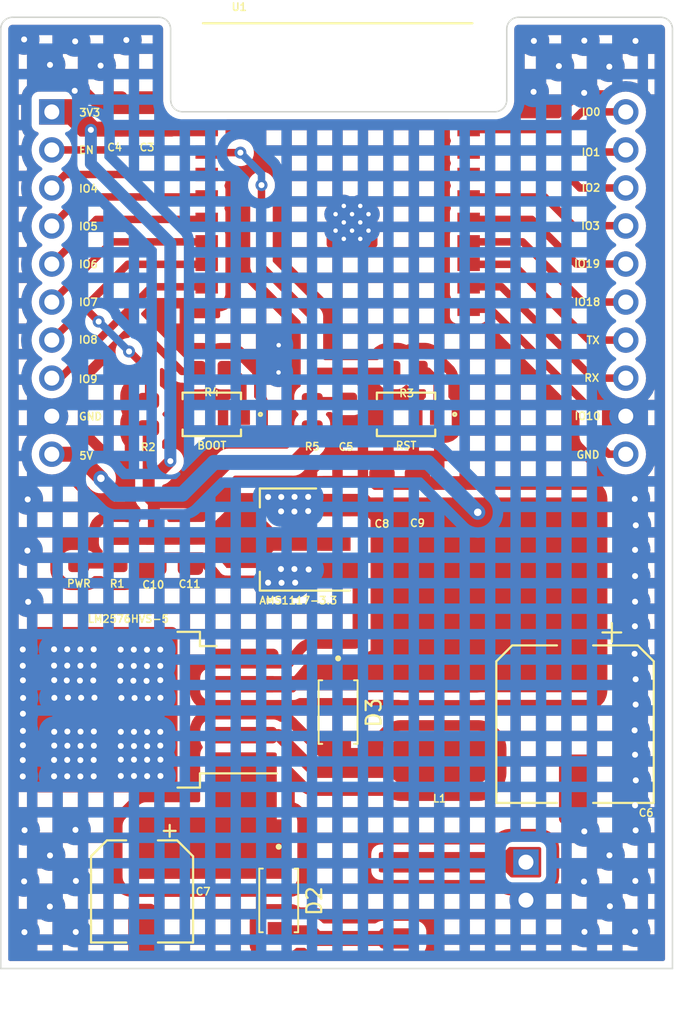
<source format=kicad_pcb>
(kicad_pcb (version 20221018) (generator pcbnew)
  (layers (0 "F.Cu" signal) (31 "B.Cu" signal) (34 "B.Paste" user) (35 "F.Paste" user) (36 "B.SilkS" user "B.Silkscreen") (37 "F.SilkS" user "F.Silkscreen") (38 "B.Mask" user) (39 "F.Mask" user) (44 "Edge.Cuts" user))
  (net 0 "")
  (net 1 "+3V3")
  (net 2 "GND")
  (net 3 "EN")
  (net 4 "+5V")
  (net 5 "Net-(U2-VIN)")
  (net 6 "Net-(D2-PadA)")
  (net 7 "+12V")
  (net 8 "IO0")
  (net 9 "IO1")
  (net 10 "IO2")
  (net 11 "IO3")
  (net 12 "IO19")
  (net 13 "IO18")
  (net 14 "RX")
  (net 15 "TX")
  (net 16 "IO10")
  (net 17 "IO4")
  (net 18 "IO5")
  (net 19 "IO6")
  (net 20 "IO7")
  (net 21 "IO8")
  (net 22 "IO9")
  (net 23 "Net-(U2-OUT)")
  (net 24 "Net-(R3-Pad2)")
  (net 25 "Net-(R4-Pad2)")
  (net 26 "Net-(D1-A)")
  (footprint "ESP32_C3:MODULE_ESP32-C3-WROOM-02-H4" (layer "F.Cu") (at 124.55 99.76)
    (fp_text reference "U1" (at -6.575 -11.085 unlocked) (layer "F.SilkS") (effects (font (size 0.5 0.5) (thickness 0.1))))
    (fp_text value "ESP32-C3-WROOM-02-N4" hide)
    (pad "1" smd rect (at -8.75 -2.9) (size 1.5 0.9) (layers "F.Cu" "F.Paste" "F.Mask") (net 1 "+3V3"))
    (pad "2" smd rect (at -8.75 -1.4) (size 1.5 0.9) (layers "F.Cu" "F.Paste" "F.Mask") (net 3 "EN"))
    (pad "3" smd rect (at -8.75 0.1) (size 1.5 0.9) (layers "F.Cu" "F.Paste" "F.Mask") (net 17 "IO4"))
    (pad "4" smd rect (at -8.75 1.6) (size 1.5 0.9) (layers "F.Cu" "F.Paste" "F.Mask") (net 18 "IO5"))
    (pad "5" smd rect (at -8.75 3.1) (size 1.5 0.9) (layers "F.Cu" "F.Paste" "F.Mask") (net 19 "IO6"))
    (pad "6" smd rect (at -8.75 4.6) (size 1.5 0.9) (layers "F.Cu" "F.Paste" "F.Mask") (net 20 "IO7"))
    (pad "7" smd rect (at -8.75 6.1) (size 1.5 0.9) (layers "F.Cu" "F.Paste" "F.Mask") (net 21 "IO8"))
    (pad "8" smd rect (at -8.75 7.6) (size 1.5 0.9) (layers "F.Cu" "F.Paste" "F.Mask") (net 22 "IO9"))
    (pad "9" smd rect (at -8.75 9.1) (size 1.5 0.9) (layers "F.Cu" "F.Paste" "F.Mask") (net 2 "GND"))
    (pad "10" smd rect (at 8.75 9.1) (size 1.5 0.9) (layers "F.Cu" "F.Paste" "F.Mask") (net 16 "IO10"))
    (pad "11" smd rect (at 8.75 7.6) (size 1.5 0.9) (layers "F.Cu" "F.Paste" "F.Mask") (net 14 "RX"))
    (pad "12" smd rect (at 8.75 6.1) (size 1.5 0.9) (layers "F.Cu" "F.Paste" "F.Mask") (net 15 "TX"))
    (pad "13" smd rect (at 8.75 4.6) (size 1.5 0.9) (layers "F.Cu" "F.Paste" "F.Mask") (net 13 "IO18"))
    (pad "14" smd rect (at 8.75 3.1) (size 1.5 0.9) (layers "F.Cu" "F.Paste" "F.Mask") (net 12 "IO19"))
    (pad "15" smd rect (at 8.75 1.6) (size 1.5 0.9) (layers "F.Cu" "F.Paste" "F.Mask") (net 11 "IO3"))
    (pad "16" smd rect (at 8.75 0.1) (size 1.5 0.9) (layers "F.Cu" "F.Paste" "F.Mask") (net 10 "IO2"))
    (pad "17" smd rect (at 8.75 -1.4) (size 1.5 0.9) (layers "F.Cu" "F.Paste" "F.Mask") (net 9 "IO1"))
    (pad "18" smd rect (at 8.75 -2.9) (size 1.5 0.9) (layers "F.Cu" "F.Paste" "F.Mask") (net 8 "IO0"))
    (pad "19" smd rect (at -0.14 2.2) (size 0.7 0.7) (layers "F.Cu" "F.Paste" "F.Mask") (net 2 "GND"))
    (pad "20" smd rect (at 0.96 2.2) (size 0.7 0.7) (layers "F.Cu" "F.Paste" "F.Mask") (net 2 "GND"))
    (pad "21" smd rect (at 2.06 2.2) (size 0.7 0.7) (layers "F.Cu" "F.Paste" "F.Mask") (net 2 "GND"))
    (pad "22" smd rect (at -0.14 3.3) (size 0.7 0.7) (layers "F.Cu" "F.Paste" "F.Mask") (net 2 "GND"))
    (pad "23" smd rect (at 0.96 3.3) (size 0.7 0.7) (layers "F.Cu" "F.Paste" "F.Mask") (net 2 "GND"))
    (pad "24" smd rect (at 2.06 3.3) (size 0.7 0.7) (layers "F.Cu" "F.Paste" "F.Mask") (net 2 "GND"))
    (pad "25" smd rect (at -0.14 4.4) (size 0.7 0.7) (layers "F.Cu" "F.Paste" "F.Mask") (net 2 "GND"))
    (pad "26" smd rect (at 0.96 4.4) (size 0.7 0.7) (layers "F.Cu" "F.Paste" "F.Mask") (net 2 "GND"))
    (pad "27" smd rect (at 2.06 4.4) (size 0.7 0.7) (layers "F.Cu" "F.Paste" "F.Mask") (net 2 "GND"))
    (pad "28" thru_hole circle (at 0.41 2.2) (size 0.4 0.4) (drill 0.3) (layers "*.Cu") (net 2 "GND"))
    (pad "29" thru_hole circle (at 1.51 2.2) (size 0.4 0.4) (drill 0.3) (layers "*.Cu") (net 2 "GND"))
    (pad "30" thru_hole circle (at -0.14 2.75) (size 0.4 0.4) (drill 0.3) (layers "*.Cu") (net 2 "GND"))
    (pad "31" thru_hole circle (at 0.96 2.75) (size 0.4 0.4) (drill 0.3) (layers "*.Cu") (net 2 "GND"))
    (pad "32" thru_hole circle (at 2.06 2.75) (size 0.4 0.4) (drill 0.3) (layers "*.Cu") (net 2 "GND"))
    (pad "33" thru_hole circle (at 0.41 3.3) (size 0.4 0.4) (drill 0.3) (layers "*.Cu") (net 2 "GND"))
    (pad "34" thru_hole circle (at 1.51 3.3) (size 0.4 0.4) (drill 0.3) (layers "*.Cu") (net 2 "GND"))
    (pad "35" thru_hole circle (at -0.14 3.85) (size 0.4 0.4) (drill 0.3) (layers "*.Cu") (net 2 "GND"))
    (pad "36" thru_hole circle (at 0.96 3.85) (size 0.4 0.4) (drill 0.3) (layers "*.Cu") (net 2 "GND"))
    (pad "37" thru_hole circle (at 2.06 3.85) (size 0.4 0.4) (drill 0.3) (layers "*.Cu") (net 2 "GND"))
    (pad "38" thru_hole circle (at 0.41 4.4) (size 0.4 0.4) (drill 0.3) (layers "*.Cu") (net 2 "GND"))
    (pad "38" thru_hole circle (at 1.51 4.4) (size 0.4 0.4) (drill 0.3) (layers "*.Cu") (net 2 "GND"))
    (zone (net 0) (net_name "") (layer "F.Cu") (connect_pads (clearance 0)) (min_thickness 0.01)
      (keepout (tracks not_allowed) (vias not_allowed) (pads not_allowed) (copperpour not_allowed) (footprints allowed))
      (fill (thermal_gap 0.508) (thermal_bridge_width 0.508))
      (polygon (pts (xy 115.55 89.76) (xy 133.55 89.76) (xy 133.55 95.76) (xy 115.55 95.76)))
    )
    (zone (net 0) (net_name "") (layer "B.Cu") (connect_pads (clearance 0)) (min_thickness 0.01)
      (keepout (tracks not_allowed) (vias not_allowed) (pads not_allowed) (copperpour not_allowed) (footprints allowed))
      (fill (thermal_gap 0.508) (thermal_bridge_width 0.508))
      (polygon (pts (xy 115.55 89.76) (xy 133.55 89.76) (xy 133.55 95.76) (xy 115.55 95.76)))
    )
  )
  (footprint "Fuse:Fuse_2010_5025Metric" (layer "F.Cu") (at 128.65 148.34 -90)
    (fp_text reference "F1" hide)
    (fp_text value "Fuse")
    (pad "1" smd roundrect (at -2.54 0 270) (size 1.35 2.65) (layers "F.Cu" "F.Paste" "F.Mask") (roundrect_rratio 0.1851851852) (net 7 "+12V"))
    (pad "2" smd roundrect (at 2.54 0 270) (size 1.35 2.65) (layers "F.Cu" "F.Paste" "F.Mask") (roundrect_rratio 0.1851851852) (net 6 "Net-(D2-PadA)"))
  )
  (footprint "Capacitor_SMD:CP_Elec_6.3x7.7" (layer "F.Cu") (at 111.48 147.74 -90)
    (fp_text reference "C7" (at 0.01 -4.08 unlocked) (layer "F.SilkS") (effects (font (size 0.5 0.5) (thickness 0.1))))
    (fp_text value "C_Polarized_Small" hide)
    (pad "1" smd roundrect (at -2.7 0 270) (size 3.5 1.6) (layers "F.Cu" "F.Paste" "F.Mask") (roundrect_rratio 0.15625) (net 5 "Net-(U2-VIN)"))
    (pad "2" smd roundrect (at 2.7 0 270) (size 3.5 1.6) (layers "F.Cu" "F.Paste" "F.Mask") (roundrect_rratio 0.15625) (net 2 "GND"))
  )
  (footprint "Package_TO_SOT_SMD:TO-263-5_TabPin3" (layer "F.Cu") (at 110.525 135.605 180)
    (fp_text reference "U2" hide)
    (fp_text value "LM2576HVS-5" (at -0.035 6.065 unlocked) (layer "F.SilkS") (effects (font (size 0.5 0.5) (thickness 0.1))))
    (pad "1" smd roundrect (at -7.65 -3.4 180) (size 4.6 1.1) (layers "F.Cu" "F.Paste" "F.Mask") (roundrect_rratio 0.2272727273) (net 5 "Net-(U2-VIN)"))
    (pad "2" smd roundrect (at -7.65 -1.7 180) (size 4.6 1.1) (layers "F.Cu" "F.Paste" "F.Mask") (roundrect_rratio 0.2272727273) (net 23 "Net-(U2-OUT)"))
    (pad "3" smd roundrect (at -7.65 0 180) (size 4.6 1.1) (layers "F.Cu" "F.Paste" "F.Mask") (roundrect_rratio 0.2272727273) (net 2 "GND"))
    (pad "3" smd roundrect (at -0.925 -2.775 180) (size 4.55 5.25) (layers "F.Cu" "F.Paste") (roundrect_rratio 0.05494505495) (net 2 "GND"))
    (pad "3" smd roundrect (at -0.925 2.775 180) (size 4.55 5.25) (layers "F.Cu" "F.Paste") (roundrect_rratio 0.05494505495) (net 2 "GND"))
    (pad "3" smd roundrect (at 1.5 0 180) (size 9.4 10.8) (layers "F.Cu" "F.Mask") (roundrect_rratio 0.02659595745) (net 2 "GND"))
    (pad "3" smd roundrect (at 3.925 -2.775 180) (size 4.55 5.25) (layers "F.Cu" "F.Paste") (roundrect_rratio 0.05494505495) (net 2 "GND"))
    (pad "3" smd roundrect (at 3.925 2.775 180) (size 4.55 5.25) (layers "F.Cu" "F.Paste") (roundrect_rratio 0.05494505495) (net 2 "GND"))
    (pad "4" smd roundrect (at -7.65 1.7 180) (size 4.6 1.1) (layers "F.Cu" "F.Paste" "F.Mask") (roundrect_rratio 0.2272727273) (net 4 "+5V"))
    (pad "5" smd roundrect (at -7.65 3.4 180) (size 4.6 1.1) (layers "F.Cu" "F.Paste" "F.Mask") (roundrect_rratio 0.2272727273) (net 2 "GND"))
  )
  (footprint "Capacitor_SMD:C_0805_2012Metric" (layer "F.Cu") (at 125.1225 115.88 -90)
    (fp_text reference "C5" (at 2.17 0.0125 unlocked) (layer "F.SilkS") (effects (font (size 0.5 0.5) (thickness 0.1))))
    (fp_text value "C")
    (pad "1" smd roundrect (at -0.95 0 270) (size 1 1.45) (layers "F.Cu" "F.Paste" "F.Mask") (net 3 "EN"))
    (pad "2" smd roundrect (at 0.95 0 270) (size 1 1.45) (layers "F.Cu" "F.Paste" "F.Mask") (net 2 "GND"))
  )
  (footprint "Connector_PinHeader_2.54mm:PinHeader_1x10_P2.54mm_Vertical" (layer "F.Cu") (at 143.8 95.68)
    (fp_text reference "J5" hide)
    (fp_text value "Conn_01x10_Male" hide)
    (pad "1" thru_hole oval (at 0 0) (size 1.7 1.7) (drill 1) (layers "*.Cu" "*.Mask") (net 8 "IO0"))
    (pad "2" thru_hole oval (at 0 2.54) (size 1.7 1.7) (drill 1) (layers "*.Cu" "*.Mask") (net 9 "IO1"))
    (pad "3" thru_hole oval (at 0 5.08) (size 1.7 1.7) (drill 1) (layers "*.Cu" "*.Mask") (net 10 "IO2"))
    (pad "4" thru_hole oval (at 0 7.62) (size 1.7 1.7) (drill 1) (layers "*.Cu" "*.Mask") (net 11 "IO3"))
    (pad "5" thru_hole oval (at 0 10.16) (size 1.7 1.7) (drill 1) (layers "*.Cu" "*.Mask") (net 12 "IO19"))
    (pad "6" thru_hole oval (at 0 12.7) (size 1.7 1.7) (drill 1) (layers "*.Cu" "*.Mask") (net 13 "IO18"))
    (pad "7" thru_hole oval (at 0 15.24) (size 1.7 1.7) (drill 1) (layers "*.Cu" "*.Mask") (net 15 "TX"))
    (pad "8" thru_hole oval (at 0 17.78) (size 1.7 1.7) (drill 1) (layers "*.Cu" "*.Mask") (net 14 "RX"))
    (pad "9" thru_hole oval (at 0 20.32) (size 1.7 1.7) (drill 1) (layers "*.Cu" "*.Mask") (net 2 "GND"))
    (pad "10" thru_hole oval (at 0 22.86) (size 1.7 1.7) (drill 1) (layers "*.Cu" "*.Mask") (net 16 "IO10"))
  )
  (footprint "Connector_PinHeader_2.54mm:PinHeader_1x10_P2.54mm_Vertical" (layer "F.Cu") (at 105.45 95.68)
    (fp_text reference "J4" hide)
    (fp_text value "Conn_01x10_Male" hide)
    (pad "1" thru_hole rect (at 0 0) (size 1.7 1.7) (drill 1) (layers "*.Cu" "*.Mask") (net 1 "+3V3"))
    (pad "2" thru_hole oval (at 0 2.54) (size 1.7 1.7) (drill 1) (layers "*.Cu" "*.Mask") (net 3 "EN"))
    (pad "3" thru_hole oval (at 0 5.08) (size 1.7 1.7) (drill 1) (layers "*.Cu" "*.Mask") (net 17 "IO4"))
    (pad "4" thru_hole oval (at 0 7.62) (size 1.7 1.7) (drill 1) (layers "*.Cu" "*.Mask") (net 18 "IO5"))
    (pad "5" thru_hole oval (at 0 10.16) (size 1.7 1.7) (drill 1) (layers "*.Cu" "*.Mask") (net 19 "IO6"))
    (pad "6" thru_hole oval (at 0 12.7) (size 1.7 1.7) (drill 1) (layers "*.Cu" "*.Mask") (net 20 "IO7"))
    (pad "7" thru_hole oval (at 0 15.24) (size 1.7 1.7) (drill 1) (layers "*.Cu" "*.Mask") (net 21 "IO8"))
    (pad "8" thru_hole oval (at 0 17.78) (size 1.7 1.7) (drill 1) (layers "*.Cu" "*.Mask") (net 22 "IO9"))
    (pad "9" thru_hole oval (at 0 20.32) (size 1.7 1.7) (drill 1) (layers "*.Cu" "*.Mask") (net 2 "GND"))
    (pad "10" thru_hole oval (at 0 22.86) (size 1.7 1.7) (drill 1) (layers "*.Cu" "*.Mask") (net 4 "+5V"))
  )
  (footprint "Capacitor_SMD:CP_Elec_10x12.6" (layer "F.Cu") (at 140.41 136.57 -90)
    (fp_text reference "C6" (at 5.92 -4.75 unlocked) (layer "F.SilkS") (effects (font (size 0.5 0.5) (thickness 0.1))))
    (fp_text value "C_Polarized_Small" hide)
    (pad "1" smd roundrect (at -4.35 0 270) (size 4.4 1.9) (layers "F.Cu" "F.Paste" "F.Mask") (roundrect_rratio 0.1315789474) (net 4 "+5V"))
    (pad "2" smd roundrect (at 4.35 0 270) (size 4.4 1.9) (layers "F.Cu" "F.Paste" "F.Mask") (roundrect_rratio 0.1315789474) (net 2 "GND"))
  )
  (footprint "Resistor_SMD:R_0805_2012Metric" (layer "F.Cu") (at 111.9225 115.87 90)
    (fp_text reference "R2" (at -2.2 -0.0325 unlocked) (layer "F.SilkS") (effects (font (size 0.5 0.5) (thickness 0.1))))
    (fp_text value "R")
    (pad "1" smd roundrect (at -0.9125 0 90) (size 1.025 1.4) (layers "F.Cu" "F.Paste" "F.Mask") (roundrect_rratio 0.243902439) (net 1 "+3V3"))
    (pad "2" smd roundrect (at 0.9125 0 90) (size 1.025 1.4) (layers "F.Cu" "F.Paste" "F.Mask") (roundrect_rratio 0.243902439) (net 21 "IO8"))
  )
  (footprint "button:SW_TL1015AF160QG" (layer "F.Cu") (at 129.12 115.88 180)
    (fp_text reference "RST" (at 0 -2.08 unlocked) (layer "F.SilkS") (effects (font (size 0.5 0.5) (thickness 0.1))))
    (fp_text value "SW_Push" hide)
    (pad "1" smd rect (at -2.075 0 180) (size 0.95 1.4) (layers "F.Cu" "F.Paste" "F.Mask") (net 24 "Net-(R3-Pad2)"))
    (pad "2" smd rect (at 2.075 0 180) (size 0.95 1.4) (layers "F.Cu" "F.Paste" "F.Mask") (net 2 "GND"))
  )
  (footprint "Resistor_SMD:R_0805_2012Metric" (layer "F.Cu") (at 129.14 113)
    (fp_text reference "R3" (at 0.02 1.47 unlocked) (layer "F.SilkS") (effects (font (size 0.5 0.5) (thickness 0.1))))
    (fp_text value "R")
    (pad "1" smd roundrect (at -0.9125 0) (size 1.025 1.4) (layers "F.Cu" "F.Paste" "F.Mask") (roundrect_rratio 0.243902439) (net 3 "EN"))
    (pad "2" smd roundrect (at 0.9125 0) (size 1.025 1.4) (layers "F.Cu" "F.Paste" "F.Mask") (roundrect_rratio 0.243902439) (net 24 "Net-(R3-Pad2)"))
  )
  (footprint "Capacitor_SMD:C_0805_2012Metric" (layer "F.Cu") (at 114.71 125.03 -90)
    (fp_text reference "C11" (at 2.18 0.05 unlocked) (layer "F.SilkS") (effects (font (size 0.5 0.5) (thickness 0.1))))
    (fp_text value "C" hide)
    (pad "1" smd roundrect (at -0.95 0 270) (size 1 1.45) (layers "F.Cu" "F.Paste" "F.Mask") (net 1 "+3V3"))
    (pad "2" smd roundrect (at 0.95 0 270) (size 1 1.45) (layers "F.Cu" "F.Paste" "F.Mask") (net 2 "GND"))
  )
  (footprint "LED_SMD:LED_0805_2012Metric" (layer "F.Cu") (at 107.25 124.99 -90)
    (fp_text reference "PWR" (at 2.19 -0.01 unlocked) (layer "F.SilkS") (effects (font (size 0.5 0.5) (thickness 0.1))))
    (fp_text value "LED" hide)
    (pad "1" smd roundrect (at -0.9375 0 270) (size 0.975 1.4) (layers "F.Cu" "F.Paste" "F.Mask") (net 2 "GND"))
    (pad "2" smd roundrect (at 0.9375 0 270) (size 0.975 1.4) (layers "F.Cu" "F.Paste" "F.Mask") (net 26 "Net-(D1-A)"))
  )
  (footprint "Connector_PinHeader_2.54mm:PinHeader_1x02_P2.54mm_Vertical" (layer "F.Cu") (at 137.13 145.785)
    (fp_text reference "J3" hide)
    (fp_text value "Screw_Terminal_01x02" hide)
    (pad "1" thru_hole rect (at 0 0) (size 1.7 1.7) (drill 1) (layers "*.Cu" "*.Mask") (net 7 "+12V"))
    (pad "2" thru_hole oval (at 0 2.54) (size 1.7 1.7) (drill 1) (layers "*.Cu" "*.Mask") (net 2 "GND"))
  )
  (footprint "Capacitor_SMD:C_0805_2012Metric" (layer "F.Cu") (at 129.88 120.99 90)
    (fp_text reference "C9" (at -2.15 0 unlocked) (layer "F.SilkS") (effects (font (size 0.5 0.5) (thickness 0.1))))
    (fp_text value "C")
    (pad "1" smd roundrect (at -0.95 0 90) (size 1 1.45) (layers "F.Cu" "F.Paste" "F.Mask") (net 4 "+5V"))
    (pad "2" smd roundrect (at 0.95 0 90) (size 1 1.45) (layers "F.Cu" "F.Paste" "F.Mask") (net 2 "GND"))
  )
  (footprint "Capacitor_SMD:C_0805_2012Metric" (layer "F.Cu") (at 111.8 95.88 90)
    (fp_text reference "C3" (at -2.17 0.01 unlocked) (layer "F.SilkS") (effects (font (size 0.5 0.5) (thickness 0.1))))
    (fp_text value "C")
    (pad "1" smd roundrect (at -0.95 0 90) (size 1 1.45) (layers "F.Cu" "F.Paste" "F.Mask") (net 1 "+3V3"))
    (pad "2" smd roundrect (at 0.95 0 90) (size 1 1.45) (layers "F.Cu" "F.Paste" "F.Mask") (net 2 "GND"))
  )
  (footprint "Resistor_SMD:R_0805_2012Metric" (layer "F.Cu") (at 122.85 115.88 90)
    (fp_text reference "R5" (at -2.15 0 unlocked) (layer "F.SilkS") (effects (font (size 0.5 0.5) (thickness 0.1))))
    (fp_text value "R")
    (pad "1" smd roundrect (at -0.9125 0 90) (size 1.025 1.4) (layers "F.Cu" "F.Paste" "F.Mask") (roundrect_rratio 0.243902439) (net 1 "+3V3"))
    (pad "2" smd roundrect (at 0.9125 0 90) (size 1.025 1.4) (layers "F.Cu" "F.Paste" "F.Mask") (roundrect_rratio 0.243902439) (net 3 "EN"))
  )
  (footprint "L:100uH" (layer "F.Cu") (at 131.36 136.46 90)
    (fp_text reference "L1" hide)
    (fp_text value "L" hide)
    (fp_text user "${REFERENCE}" (at -5.08 0 unlocked) (layer "F.SilkS") (effects (font (size 0.5 0.5) (thickness 0.1))))
    (pad "1" smd roundrect (at -2.54 0 90) (size 3 6.54) (layers "F.Cu" "F.Paste" "F.Mask") (net 23 "Net-(U2-OUT)"))
    (pad "2" smd roundrect (at 3.5 0 90) (size 3 6.51) (layers "F.Cu" "F.Paste" "F.Mask") (net 4 "+5V"))
  )
  (footprint "Package_TO_SOT_SMD:SOT-223-3_TabPin2" (layer "F.Cu") (at 121.26 124.24 180)
    (fp_text reference "U3" hide)
    (fp_text value "AMS1117-3.3" (at -0.66 -4.07 unlocked) (layer "F.SilkS") (effects (font (size 0.5 0.5) (thickness 0.1))))
    (pad "1" smd rect (at -3.15 -2.3 180) (size 2 1.5) (layers "F.Cu" "F.Paste" "F.Mask") (net 2 "GND"))
    (pad "2" smd rect (at -3.15 0 180) (size 2 1.5) (layers "F.Cu" "F.Paste" "F.Mask") (net 1 "+3V3"))
    (pad "2" smd rect (at 3.15 0 180) (size 2 3.8) (layers "F.Cu" "F.Paste" "F.Mask") (net 1 "+3V3"))
    (pad "3" smd rect (at -3.15 2.3 180) (size 2 1.5) (layers "F.Cu" "F.Paste" "F.Mask") (net 4 "+5V"))
  )
  (footprint "button:SW_TL1015AF160QG" (layer "F.Cu") (at 116.14 115.88 180)
    (fp_text reference "BOOT" (at 0 -2.08 unlocked) (layer "F.SilkS") (effects (font (size 0.5 0.5) (thickness 0.1))))
    (fp_text value "SW_Push" hide)
    (pad "1" smd rect (at -2.075 0 180) (size 0.95 1.4) (layers "F.Cu" "F.Paste" "F.Mask") (net 25 "Net-(R4-Pad2)"))
    (pad "2" smd rect (at 2.075 0 180) (size 0.95 1.4) (layers "F.Cu" "F.Paste" "F.Mask") (net 2 "GND"))
  )
  (footprint "Capacitor_SMD:C_0805_2012Metric" (layer "F.Cu") (at 127.51 120.98 90)
    (fp_text reference "C8" (at -2.21 0 unlocked) (layer "F.SilkS") (effects (font (size 0.5 0.5) (thickness 0.1))))
    (fp_text value "C")
    (pad "1" smd roundrect (at -0.95 0 90) (size 1 1.45) (layers "F.Cu" "F.Paste" "F.Mask") (net 4 "+5V"))
    (pad "2" smd roundrect (at 0.95 0 90) (size 1 1.45) (layers "F.Cu" "F.Paste" "F.Mask") (net 2 "GND"))
  )
  (footprint "Capacitor_SMD:C_0805_2012Metric" (layer "F.Cu") (at 109.65 95.88 90)
    (fp_text reference "C4" (at -2.17 0 unlocked) (layer "F.SilkS") (effects (font (size 0.5 0.5) (thickness 0.1))))
    (fp_text value "C")
    (pad "1" smd roundrect (at -0.95 0 90) (size 1 1.45) (layers "F.Cu" "F.Paste" "F.Mask") (net 1 "+3V3"))
    (pad "2" smd roundrect (at 0.95 0 90) (size 1 1.45) (layers "F.Cu" "F.Paste" "F.Mask") (net 2 "GND"))
  )
  (footprint "Resistor_SMD:R_0805_2012Metric" (layer "F.Cu") (at 109.81 124.99 -90)
    (fp_text reference "R1" (at 2.2 -0.01 unlocked) (layer "F.SilkS") (effects (font (size 0.5 0.5) (thickness 0.1))))
    (fp_text value "R" hide)
    (pad "1" smd roundrect (at -0.9125 0 270) (size 1.025 1.4) (layers "F.Cu" "F.Paste" "F.Mask") (roundrect_rratio 0.243902439) (net 1 "+3V3"))
    (pad "2" smd roundrect (at 0.9125 0 270) (size 1.025 1.4) (layers "F.Cu" "F.Paste" "F.Mask") (roundrect_rratio 0.243902439) (net 26 "Net-(D1-A)"))
  )
  (footprint "SS310:SODFL5226X100N" (layer "F.Cu") (at 124.58 135.7625 -90)
    (fp_text reference "D3" (at 0.04 -2.385 90) (layer "F.SilkS"))
    (fp_text value "SS310")
    (pad "1" smd rect (at -2.165 0 270) (size 1.44 1.48) (layers "F.Cu" "F.Paste" "F.Mask") (net 4 "+5V"))
    (pad "2" smd rect (at 2.165 0 270) (size 1.44 1.48) (layers "F.Cu" "F.Paste" "F.Mask") (net 2 "GND"))
  )
  (footprint "SS310:SODFL5226X100N" (layer "F.Cu") (at 120.61 148.34 -90)
    (fp_text reference "D2" (at 0.04 -2.385 -90) (layer "F.SilkS"))
    (fp_text value "SS310")
    (pad "1" smd rect (at -2.165 0 270) (size 1.44 1.48) (layers "F.Cu" "F.Paste" "F.Mask") (net 5 "Net-(U2-VIN)"))
    (pad "2" smd rect (at 2.165 0 270) (size 1.44 1.48) (layers "F.Cu" "F.Paste" "F.Mask") (net 6 "Net-(D2-PadA)"))
  )
  (footprint "Capacitor_SMD:C_0805_2012Metric" (layer "F.Cu") (at 112.27 125.04 -90)
    (fp_text reference "C10" (at 2.22 0.04 unlocked) (layer "F.SilkS") (effects (font (size 0.5 0.5) (thickness 0.1))))
    (fp_text value "C")
    (pad "1" smd roundrect (at -0.95 0 270) (size 1 1.45) (layers "F.Cu" "F.Paste" "F.Mask") (net 1 "+3V3"))
    (pad "2" smd roundrect (at 0.95 0 270) (size 1 1.45) (layers "F.Cu" "F.Paste" "F.Mask") (net 2 "GND"))
  )
  (footprint "Resistor_SMD:R_0805_2012Metric" (layer "F.Cu") (at 116.13 113.01)
    (fp_text reference "R4" (at 0 1.39 unlocked) (layer "F.SilkS") (effects (font (size 0.5 0.5) (thickness 0.1))))
    (fp_text value "R")
    (pad "1" smd roundrect (at -0.9125 0) (size 1.025 1.4) (layers "F.Cu" "F.Paste" "F.Mask") (roundrect_rratio 0.243902439) (net 22 "IO9"))
    (pad "2" smd roundrect (at 0.9125 0) (size 1.025 1.4) (layers "F.Cu" "F.Paste" "F.Mask") (roundrect_rratio 0.243902439) (net 25 "Net-(R4-Pad2)"))
  )
  (gr_line (start 135.058614 95.671386) (end 114.19 95.671386) (stroke (width 0.1)) (layer "Edge.Cuts"))
  (gr_arc (start 102.038613 90.161468) (mid 102.26593 89.59545) (end 102.828614 89.36) (stroke (width 0.1)) (layer "Edge.Cuts"))
  (gr_line (start 102.038614 90.16) (end 102.038614 152.89) (stroke (width 0.1)) (layer "Edge.Cuts"))
  (gr_line (start 113.387228 90.148615) (end 113.387228 94.89) (stroke (width 0.1)) (layer "Edge.Cuts"))
  (gr_line (start 146.92 152.89) (end 146.92 90.148614) (stroke (width 0.1)) (layer "Edge.Cuts"))
  (gr_line (start 146.131386 89.358614) (end 136.638614 89.358614) (stroke (width 0.1)) (layer "Edge.Cuts"))
  (gr_line (start 102.04 152.89) (end 146.92 152.89) (stroke (width 0.1)) (layer "Edge.Cuts"))
  (gr_arc (start 135.848614 90.148614) (mid 136.08 89.59) (end 136.638614 89.358614) (stroke (width 0.1)) (layer "Edge.Cuts"))
  (gr_arc (start 112.598613 89.36) (mid 113.156248 89.59098) (end 113.387228 90.148615) (stroke (width 0.1)) (layer "Edge.Cuts"))
  (gr_arc (start 146.131386 89.358613) (mid 146.689511 89.590084) (end 146.92 90.148614) (stroke (width 0.1)) (layer "Edge.Cuts"))
  (gr_arc (start 114.19 95.671385) (mid 113.629161 95.447098) (end 113.395738 94.89) (stroke (width 0.1)) (layer "Edge.Cuts"))
  (gr_line (start 112.598613 89.36) (end 102.828614 89.36) (stroke (width 0.1)) (layer "Edge.Cuts"))
  (gr_arc (start 135.848614 94.881386) (mid 135.617228 95.44) (end 135.058614 95.671386) (stroke (width 0.1)) (layer "Edge.Cuts"))
  (gr_line (start 135.848614 90.148614) (end 135.848614 94.881386) (stroke (width 0.1)) (layer "Edge.Cuts"))
  (gr_text "IO10" (at 140.32 116.29) (layer "F.SilkS") (effects (font (size 0.5 0.5) (thickness 0.1) bold) (justify left bottom)))
  (gr_text "GND" (at 107.21 116.32) (layer "F.SilkS") (effects (font (size 0.5 0.5) (thickness 0.1) bold) (justify left bottom)))
  (gr_text "RX" (at 140.97 113.74) (layer "F.SilkS") (effects (font (size 0.5 0.5) (thickness 0.1) bold) (justify left bottom)))
  (gr_text "IO0" (at 140.8 95.98) (layer "F.SilkS") (effects (font (size 0.5 0.5) (thickness 0.1) bold) (justify left bottom)))
  (gr_text "IO3" (at 140.76 103.59) (layer "F.SilkS") (effects (font (size 0.5 0.5) (thickness 0.1) bold) (justify left bottom)))
  (gr_text "IO4\n" (at 107.21 101.1) (layer "F.SilkS") (effects (font (size 0.5 0.5) (thickness 0.1) bold) (justify left bottom)))
  (gr_text "EN" (at 107.21 98.52) (layer "F.SilkS") (effects (font (size 0.5 0.5) (thickness 0.1) bold) (justify left bottom)))
  (gr_text "IO2" (at 140.79 101.04) (layer "F.SilkS") (effects (font (size 0.5 0.5) (thickness 0.1) bold) (justify left bottom)))
  (gr_text "GND" (at 140.45 118.87) (layer "F.SilkS") (effects (font (size 0.5 0.5) (thickness 0.1) bold) (justify left bottom)))
  (gr_text "IO9" (at 107.19 113.82) (layer "F.SilkS") (effects (font (size 0.5 0.5) (thickness 0.1) bold) (justify left bottom)))
  (gr_text "IO6\n" (at 107.21 106.15) (layer "F.SilkS") (effects (font (size 0.5 0.5) (thickness 0.1) bold) (justify left bottom)))
  (gr_text "5V" (at 107.23 118.94) (layer "F.SilkS") (effects (font (size 0.5 0.5) (thickness 0.1) bold) (justify left bottom)))
  (gr_text "IO7" (at 107.21 108.68) (layer "F.SilkS") (effects (font (size 0.5 0.5) (thickness 0.1) bold) (justify left bottom)))
  (gr_text "IO8" (at 107.2 111.19) (layer "F.SilkS") (effects (font (size 0.5 0.5) (thickness 0.1) bold) (justify left bottom)))
  (gr_text "TX" (at 141.12 111.22) (layer "F.SilkS") (effects (font (size 0.5 0.5) (thickness 0.1) bold) (justify left bottom)))
  (gr_text "3V3" (at 107.23 96.02) (layer "F.SilkS") (effects (font (size 0.5 0.5) (thickness 0.1) bold) (justify left bottom)))
  (gr_text "IO5\n" (at 107.21 103.62) (layer "F.SilkS") (effects (font (size 0.5 0.5) (thickness 0.1) bold) (justify left bottom)))
  (gr_text "IO1" (at 140.79 98.67) (layer "F.SilkS") (effects (font (size 0.5 0.5) (thickness 0.1) bold) (justify left bottom)))
  (gr_text "IO18" (at 140.31 108.67) (layer "F.SilkS") (effects (font (size 0.5 0.5) (thickness 0.1) bold) (justify left bottom)))
  (gr_text "IO19" (at 140.29 106.12) (layer "F.SilkS") (effects (font (size 0.5 0.5) (thickness 0.1) bold) (justify left bottom)))
  (segment (start 111.9225 121.4125) (end 111.9225 119.7) (width 0.8) (layer "F.Cu") (net 1))
  (segment (start 122.85 117.81) (end 122.85 116.7925) (width 0.8) (layer "F.Cu") (net 1))
  (segment (start 112.27 124.09) (end 112.27 121.76) (width 0.8) (layer "F.Cu") (net 1))
  (segment (start 117.27 119.07) (end 121.59 119.07) (width 0.8) (layer "F.Cu") (net 1))
  (segment (start 112.27 121.76) (end 111.9225 121.4125) (width 0.8) (layer "F.Cu") (net 1))
  (segment (start 114.58 121.76) (end 117.27 119.07) (width 0.8) (layer "F.Cu") (net 1))
  (segment (start 112.67 119.7) (end 111.9225 119.7) (width 0.8) (layer "F.Cu") (net 1))
  (segment (start 113.37 119) (end 112.67 119.7) (width 0.8) (layer "F.Cu") (net 1))
  (segment (start 121.59 119.07) (end 122.85 117.81) (width 0.8) (layer "F.Cu") (net 1))
  (segment (start 111.9225 119.7) (end 111.9225 116.7825) (width 0.8) (layer "F.Cu") (net 1))
  (segment (start 112.27 121.76) (end 114.58 121.76) (width 0.8) (layer "F.Cu") (net 1))
  (via (at 113.37 119) (size 0.8) (drill 0.4) (layers "F.Cu" "B.Cu") (net 1))
  (via (at 108.06 96.88) (size 0.8) (drill 0.4) (layers "F.Cu" "B.Cu") (net 1))
  (segment (start 108.06 96.88) (end 108.06 99.14) (width 0.8) (layer "B.Cu") (net 1))
  (segment (start 113.37 104.45) (end 113.37 119) (width 0.8) (layer "B.Cu") (net 1))
  (segment (start 108.06 99.14) (end 113.37 104.45) (width 0.8) (layer "B.Cu") (net 1))
  (via (at 144.39 131.87) (size 0.8) (drill 0.4) (layers "F.Cu" "B.Cu") (net 2))
  (via (at 103.52 133.64) (size 0.8) (drill 0.4) (layers "F.Cu" "B.Cu") (net 2))
  (via (at 122.58 122.34) (size 0.8) (drill 0.4) (layers "F.Cu" "B.Cu") (net 2))
  (via (at 108.25 132.66) (size 0.8) (drill 0.4) (layers "F.Cu" "B.Cu") (net 2))
  (via (at 121.71 127.12) (size 0.8) (drill 0.4) (layers "F.Cu" "B.Cu") (net 2))
  (via (at 110.06 140.03) (size 0.8) (drill 0.4) (layers "F.Cu" "B.Cu") (net 2))
  (via (at 108.25 131.57) (size 0.8) (drill 0.4) (layers "F.Cu" "B.Cu") (net 2))
  (via (at 144.42 128.39) (size 0.8) (drill 0.4) (layers "F.Cu" "B.Cu") (net 2))
  (via (at 144.42 126.68) (size 0.8) (drill 0.4) (layers "F.Cu" "B.Cu") (net 2))
  (via (at 103.52 137.98) (size 0.8) (drill 0.4) (layers "F.Cu" "B.Cu") (net 2))
  (via (at 120.77 122.36) (size 0.8) (drill 0.4) (layers "F.Cu" "B.Cu") (net 2))
  (via (at 144.41 130.03) (size 0.8) (drill 0.4) (layers "F.Cu" "B.Cu") (net 2))
  (via (at 112.71 138.94) (size 0.8) (drill 0.4) (layers "F.Cu" "B.Cu") (net 2))
  (via (at 110.94 138.03) (size 0.8) (drill 0.4) (layers "F.Cu" "B.Cu") (net 2))
  (via (at 108.71 92.59) (size 0.8) (drill 0.4) (layers "F.Cu" "B.Cu") (net 2))
  (via (at 121.67 121.39) (size 0.8) (drill 0.4) (layers "F.Cu" "B.Cu") (net 2))
  (via (at 144.46 143.66) (size 0.8) (drill 0.4) (layers "F.Cu" "B.Cu") (net 2))
  (via (at 105.6 138.96) (size 0.8) (drill 0.4) (layers "F.Cu" "B.Cu") (net 2))
  (via (at 120.76 126.21) (size 0.8) (drill 0.4) (layers "F.Cu" "B.Cu") (net 2))
  (via (at 110.98 134.82) (size 0.8) (drill 0.4) (layers "F.Cu" "B.Cu") (net 2))
  (via (at 112.7 133.63) (size 0.8) (drill 0.4) (layers "F.Cu" "B.Cu") (net 2))
  (via (at 105.62 134.81) (size 0.8) (drill 0.4) (layers "F.Cu" "B.Cu") (net 2))
  (via (at 144.46 133.57) (size 0.8) (drill 0.4) (layers "F.Cu" "B.Cu") (net 2))
  (via (at 112.71 134.81) (size 0.8) (drill 0.4) (layers "F.Cu" "B.Cu") (net 2))
  (via (at 112.71 140.03) (size 0.8) (drill 0.4) (layers "F.Cu" "B.Cu") (net 2))
  (via (at 119.9 127.12) (size 0.8) (drill 0.4) (layers "F.Cu" "B.Cu") (net 2))
  (via (at 107.33 133.66) (size 0.8) (drill 0.4) (layers "F.Cu" "B.Cu") (net 2))
  (via (at 110.05 131.59) (size 0.8) (drill 0.4) (layers "F.Cu" "B.Cu") (net 2))
  (via (at 106.98 94.27) (size 0.8) (drill 0.4) (layers "F.Cu" "B.Cu") (net 2))
  (via (at 110.93 131.59) (size 0.8) (drill 0.4) (layers "F.Cu" "B.Cu") (net 2))
  (via (at 111.82 138.04) (size 0.8) (drill 0.4) (layers "F.Cu" "B.Cu") (net 2))
  (via (at 108.25 140.05) (size 0.8) (drill 0.4) (layers "F.Cu" "B.Cu") (net 2))
  (via (at 139.33 92.62) (size 0.8) (drill 0.4) (layers "F.Cu" "B.Cu") (net 2))
  (via (at 107.36 138.97) (size 0.8) (drill 0.4) (layers "F.Cu" "B.Cu") (net 2))
  (via (at 110.93 132.68) (size 0.8) (drill 0.4) (layers "F.Cu" "B.Cu") (net 2))
  (via (at 108.22 133.65) (size 0.8) (drill 0.4) (layers "F.Cu" "B.Cu") (net 2))
  (via (at 108.25 138.96) (size 0.8) (drill 0.4) (layers "F.Cu" "B.Cu") (net 2))
  (via (at 144.4 121.53) (size 0.8) (drill 0.4) (layers "F.Cu" "B.Cu") (net 2))
  (via (at 144.45 90.94) (size 0.8) (drill 0.4) (layers "F.Cu" "B.Cu") (net 2))
  (via (at 106.45 133.65) (size 0.8) (drill 0.4) (layers "F.Cu" "B.Cu") (net 2))
  (via (at 110.9 133.67) (size 0.8) (drill 0.4) (layers "F.Cu" "B.Cu") (net 2))
  (via (at 108.26 138.01) (size 0.8) (drill 0.4) (layers "F.Cu" "B.Cu") (net 2))
  (via (at 106.48 138.96) (size 0.8) (drill 0.4) (layers "F.Cu" "B.Cu") (net 2))
  (via (at 142.7 92.66) (size 0.8) (drill 0.4) (layers "F.Cu" "B.Cu") (net 2))
  (via (at 103.52 135.87) (size 0.8) (drill 0.4) (layers "F.Cu" "B.Cu") (net 2))
  (via (at 120.78 121.4) (size 0.8) (drill 0.4) (layers "F.Cu" "B.Cu") (net 2))
  (via (at 144.42 124.93) (size 0.8) (drill 0.4) (layers "F.Cu" "B.Cu") (net 2))
  (via (at 119.9 121.4) (size 0.8) (drill 0.4) (layers "F.Cu" "B.Cu") (net 2))
  (via (at 144.47 123.29) (size 0.8) (drill 0.4) (layers "F.Cu" "B.Cu") (net 2))
  (via (at 137.64 94.34) (size 0.8) (drill 0.4) (layers "F.Cu" "B.Cu") (net 2))
  (via (at 106.49 138.01) (size 0.8) (drill 0.4) (layers "F.Cu" "B.Cu") (net 2))
  (via (at 110.02 133.67) (size 0.8) (drill 0.4) (layers "F.Cu" "B.Cu") (net 2))
  (via (at 107.37 138.02) (size 0.8) (drill 0.4) (layers "F.Cu" "B.Cu") (net 2))
  (via (at 105.6 132.66) (size 0.8) (drill 0.4) (layers "F.Cu" "B.Cu") (net 2))
  (via (at 141.01 147.08) (size 0.8) (drill 0.4) (layers "F.Cu" "B.Cu") (net 2))
  (via (at 141.03 90.92) (size 0.8) (drill 0.4) (layers "F.Cu" "B.Cu") (net 2))
  (via (at 142.74 148.73) (size 0.8) (drill 0.4) (layers "F.Cu" "B.Cu") (net 2))
  (via (at 110.1 134.82) (size 0.8) (drill 0.4) (layers "F.Cu" "B.Cu") (net 2))
  (via (at 107.36 140.06) (size 0.8) (drill 0.4) (layers "F.Cu" "B.Cu") (net 2))
  (via (at 121.66 126.21) (size 0.8) (drill 0.4) (layers "F.Cu" "B.Cu") (net 2))
  (via (at 142.71 145.33) (size 0.8) (drill 0.4) (layers "F.Cu" "B.Cu") (net 2))
  (via (at 111.81 131.6) (size 0.8) (drill 0.4) (layers "F.Cu" "B.Cu") (net 2))
  (via (at 141.02 94.41) (size 0.8) (drill 0.4) (layers "F.Cu" "B.Cu") (net 2))
  (via (at 112.7 131.59) (size 0.8) (drill 0.4) (layers "F.Cu" "B.Cu") (net 2))
  (via (at 137.66 90.94) (size 0.8) (drill 0.4) (layers "F.Cu" "B.Cu") (net 2))
  (via (at 106.53 134.8) (size 0.8) (drill 0.4) (layers "F.Cu" "B.Cu") (net 2))
  (via (at 121.66 122.37) (size 0.8) (drill 0.4) (layers "F.Cu" "B.Cu") (net 2))
  (via (at 107.36 132.67) (size 0.8) (drill 0.4) (layers "F.Cu" "B.Cu") (net 2))
  (via (at 108.26 137.06) (size 0.8) (drill 0.4) (layers "F.Cu" "B.Cu") (net 2))
  (via (at 111.82 137.09) (size 0.8) (drill 0.4) (layers "F.Cu" "B.Cu") (net 2))
  (via (at 110.94 140.03) (size 0.8) (drill 0.4) (layers "F.Cu" "B.Cu") (net 2))
  (via (at 141.04 150.44) (size 0.8) (drill 0.4) (layers "F.Cu" "B.Cu") (net 2))
  (via (at 106.49 137.06) (size 0.8) (drill 0.4) (layers "F.Cu" "B.Cu") (net 2))
  (via (at 106.48 140.05) (size 0.8) (drill 0.4) (layers "F.Cu" "B.Cu") (net 2))
  (via (at 105.32 148.75) (size 0.8) (drill 0.4) (layers "F.Cu" "B.Cu") (net 2))
  (via (at 144.39 136.98) (size 0.8) (drill 0.4) (layers "F.Cu" "B.Cu") (net 2))
  (via (at 107.03 143.63) (size 0.8) (drill 0.4) (layers "F.Cu" "B.Cu") (net 2))
  (via (at 111.81 132.69) (size 0.8) (drill 0.4) (layers "F.Cu" "B.Cu") (net 2))
  (via (at 103.82 124.98) (size 0.8) (drill 0.4) (layers "F.Cu" "B.Cu") (net 2))
  (via (at 106.48 132.66) (size 0.8) (drill 0.4) (layers "F.Cu" "B.Cu") (net 2))
  (via (at 105.61 138) (size 0.8) (drill 0.4) (layers "F.Cu" "B.Cu") (net 2))
  (via (at 103.62 150.46) (size 0.8) (drill 0.4) (layers "F.Cu" "B.Cu") (net 2))
  (via (at 103.51 140.06) (size 0.8) (drill 0.4) (layers "F.Cu" "B.Cu") (net 2))
  (via (at 105.61 137.08) (size 0.8) (drill 0.4) (layers "F.Cu" "B.Cu") (net 2))
  (via (at 110.06 138.94) (size 0.8) (drill 0.4) (layers "F.Cu" "B.Cu") (net 2))
  (via (at 144.47 140.32) (size 0.8) (drill 0.4) (layers "F.Cu" "B.Cu") (net 2))
  (via (at 103.87 128.4) (size 0.8) (drill 0.4) (layers "F.Cu" "B.Cu") (net 2))
  (via (at 108.3 134.8) (size 0.8) (drill 0.4) (layers "F.Cu" "B.Cu") (net 2))
  (via (at 111.78 133.68) (size 0.8) (drill 0.4) (layers "F.Cu" "B.Cu") (net 2))
  (via (at 107.37 137.07) (size 0.8) (drill 0.4) (layers "F.Cu" "B.Cu") (net 2))
  (via (at 110.43 90.88) (size 0.8) (drill 0.4) (layers "F.Cu" "B.Cu") (net 2))
  (via (at 110.94 137.08) (size 0.8) (drill 0.4) (layers "F.Cu" "B.Cu") (net 2))
  (via (at 110.06 137.08) (size 0.8) (drill 0.4) (layers "F.Cu" "B.Cu") (net 2))
  (via (at 111.82 138.95) (size 0.8) (drill 0.4) (layers "F.Cu" "B.Cu") (net 2))
  (via (at 122.58 121.39) (size 0.8) (drill 0.4) (layers "F.Cu" "B.Cu") (net 2))
  (via (at 122.61 126.24) (size 0.8) (drill 0.4) (layers "F.Cu" "B.Cu") (net 2))
  (via (at 120.61 111.26) (size 0.5) (drill 0.3) (layers "F.Cu" "B.Cu") (net 2))
  (via (at 110.05 132.68) (size 0.8) (drill 0.4) (layers "F.Cu" "B.Cu") (net 2))
  (via (at 103.84 121.56) (size 0.8) (drill 0.4) (layers "F.Cu" "B.Cu") (net 2))
  (via (at 105.6 140.05) (size 0.8) (drill 0.4) (layers "F.Cu" "B.Cu") (net 2))
  (via (at 110.94 138.94) (size 0.8) (drill 0.4) (layers "F.Cu" "B.Cu") (net 2))
  (via (at 144.46 135.26) (size 0.8) (drill 0.4) (layers "F.Cu" "B.Cu") (net 2))
  (via (at 112.7 137.08) (size 0.8) (drill 0.4) (layers "F.Cu" "B.Cu") (net 2))
  (via (at 103.6 147.07) (size 0.8) (drill 0.4) (layers "F.Cu" "B.Cu") (net 2))
  (via (at 103.63 143.65) (size 0.8) (drill 0.4) (layers "F.Cu" "B.Cu") (net 2))
  (via (at 111.86 134.83) (size 0.8) (drill 0.4) (layers "F.Cu" "B.Cu") (net 2))
  (via (at 105.61 133.63) (size 0.8) (drill 0.4) (layers "F.Cu" "B.Cu") (net 2))
  (via (at 103.51 132.67) (size 0.8) (drill 0.4) (layers "F.Cu" "B.Cu") (net 2))
  (via (at 105.6 131.57) (size 0.8) (drill 0.4) (layers "F.Cu" "B.Cu") (net 2))
  (via (at 144.42 141.99) (size 0.8) (drill 0.4) (layers "F.Cu" "B.Cu") (net 2))
  (via (at 144.42 150.42) (size 0.8) (drill 0.4) (layers "F.Cu" "B.Cu") (net 2))
  (via (at 112.7 138) (size 0.8) (drill 0.4) (layers "F.Cu" "B.Cu") (net 2))
  (via (at 105.33 145.34) (size 0.8) (drill 0.4) (layers "F.Cu" "B.Cu") (net 2))
  (via (at 107.36 131.58) (size 0.8) (drill 0.4) (layers "F.Cu" "B.Cu") (net 2))
  (via (at 103.51 131.58) (size 0.8) (drill 0.4) (layers "F.Cu" "B.Cu") (net 2))
  (via (at 103.53 134.82) (size 0.8) (drill 0.4) (layers "F.Cu" "B.Cu") (net 2))
  (via (at 144.44 147.04) (size 0.8) (drill 0.4) (layers "F.Cu" "B.Cu") (net 2))
  (via (at 107.41 134.81) (size 0.8) (drill 0.4) (layers "F.Cu" "B.Cu") (net 2))
  (via (at 110.06 138.03) (size 0.8) (drill 0.4) (layers "F.Cu" "B.Cu") (net 2))
  (via (at 112.7 132.68) (size 0.8) (drill 0.4) (layers "F.Cu" "B.Cu") (net 2))
  (via (at 141.03 143.73) (size 0.8) (drill 0.4) (layers "F.Cu" "B.Cu") (net 2))
  (via (at 144.42 138.61) (size 0.8) (drill 0.4) (layers "F.Cu" "B.Cu") (net 2))
  (via (at 107.06 147.04) (size 0.8) (drill 0.4) (layers "F.Cu" "B.Cu") (net 2))
  (via (at 107.05 150.45) (size 0.8) (drill 0.4) (layers "F.Cu" "B.Cu") (net 2))
  (via (at 103.52 137.02) (size 0.8) (drill 0.4) (layers "F.Cu" "B.Cu") (net 2))
  (via (at 103.51 138.97) (size 0.8) (drill 0.4) (layers "F.Cu" "B.Cu") (net 2))
  (via (at 107.01 90.97) (size 0.8) (drill 0.4) (layers "F.Cu" "B.Cu") (net 2))
  (via (at 120.8 127.13) (size 0.8) (drill 0.4) (layers "F.Cu" "B.Cu") (net 2))
  (via (at 120.6 113.08) (size 0.5) (drill 0.3) (layers "F.Cu" "B.Cu") (net 2))
  (via (at 105.33 92.54) (size 0.8) (drill 0.4) (layers "F.Cu" "B.Cu") (net 2))
  (via (at 106.48 131.57) (size 0.8) (drill 0.4) (layers "F.Cu" "B.Cu") (net 2))
  (via (at 111.82 140.04) (size 0.8) (drill 0.4) (layers "F.Cu" "B.Cu") (net 2))
  (via (at 103.6 90.84) (size 0.8) (drill 0.4) (layers "F.Cu" "B.Cu") (net 2))
  (segment (start 125.085 114.9675) (end 125.1225 114.93) (width 0.5) (layer "F.Cu") (net 3))
  (segment (start 119.46 105.99) (end 122.83 109.36) (width 0.5) (layer "F.Cu") (net 3))
  (segment (start 115.84 98.4) (end 115.8 98.36) (width 0.5) (layer "F.Cu") (net 3))
  (segment (start 128.2175 113.01) (end 128.2275 113) (width 0.5) (layer "F.Cu") (net 3))
  (segment (start 122.83 109.36) (end 122.83 112.1) (width 0.5) (layer "F.Cu") (net 3))
  (segment (start 122.85 114.9675) (end 125.085 114.9675) (width 0.5) (layer "F.Cu") (net 3))
  (segment (start 119.46 100.57) (end 119.46 105.99) (width 0.5) (layer "F.Cu") (net 3))
  (segment (start 122.83 112.92) (end 122.92 113.01) (width 0.5) (layer "F.Cu") (net 3))
  (segment (start 118.05 98.4) (end 115.84 98.4) (width 0.5) (layer "F.Cu") (net 3))
  (segment (start 122.83 112.1) (end 122.83 114.9475) (width 0.5) (layer "F.Cu") (net 3))
  (segment (start 122.92 113.01) (end 128.2175 113.01) (width 0.5) (layer "F.Cu") (net 3))
  (segment (start 122.83 114.9475) (end 122.85 114.9675) (width 0.5) (layer "F.Cu") (net 3))
  (segment (start 115.66 98.22) (end 115.8 98.36) (width 0.5) (layer "F.Cu") (net 3))
  (segment (start 105.46 98.22) (end 115.66 98.22) (width 0.5) (layer "F.Cu") (net 3))
  (via (at 118.05 98.4) (size 0.8) (drill 0.4) (layers "F.Cu" "B.Cu") (net 3))
  (via (at 119.46 100.57) (size 0.8) (drill 0.4) (layers "F.Cu" "B.Cu") (net 3))
  (segment (start 119.46 99.81) (end 118.05 98.4) (width 0.5) (layer "B.Cu") (net 3))
  (segment (start 119.46 100.57) (end 119.46 99.81) (width 0.5) (layer "B.Cu") (net 3))
  (segment (start 108.73 120.15) (end 108.73 120.14) (width 1) (layer "F.Cu") (net 4))
  (segment (start 133.91 122.42) (end 133.43 121.94) (width 1) (layer "F.Cu") (net 4))
  (segment (start 107.13 118.54) (end 105.45 118.54) (width 1) (layer "F.Cu") (net 4))
  (segment (start 108.73 120.14) (end 107.13 118.54) (width 1) (layer "F.Cu") (net 4))
  (segment (start 133.43 121.94) (end 129.88 121.94) (width 1) (layer "F.Cu") (net 4))
  (via (at 108.73 120.15) (size 1) (drill 0.5) (layers "F.Cu" "B.Cu") (net 4))
  (via (at 133.91 122.42) (size 1) (drill 0.5) (layers "F.Cu" "B.Cu") (net 4))
  (segment (start 133.92 122.41) (end 133.91 122.42) (width 0.8) (layer "B.Cu") (net 4))
  (segment (start 130.58 119.09) (end 116.29 119.09) (width 1) (layer "B.Cu") (net 4))
  (segment (start 114.17 121.21) (end 109.72 121.21) (width 1) (layer "B.Cu") (net 4))
  (segment (start 116.29 119.09) (end 114.17 121.21) (width 1) (layer "B.Cu") (net 4))
  (segment (start 133.91 122.42) (end 130.58 119.09) (width 1) (layer "B.Cu") (net 4))
  (segment (start 108.73 120.22) (end 108.73 120.15) (width 1) (layer "B.Cu") (net 4))
  (segment (start 109.72 121.21) (end 108.73 120.22) (width 1) (layer "B.Cu") (net 4))
  (segment (start 111.48 145.04) (end 111.45 145.07) (width 1) (layer "F.Cu") (net 5))
  (segment (start 123.16 150.88) (end 122.785 150.505) (width 1) (layer "F.Cu") (net 6))
  (segment (start 122.785 150.505) (end 120.61 150.505) (width 1) (layer "F.Cu") (net 6))
  (segment (start 128.65 150.88) (end 123.16 150.88) (width 1) (layer "F.Cu") (net 6))
  (segment (start 140.86 95.68) (end 143.8 95.68) (width 0.5) (layer "F.Cu") (net 8))
  (segment (start 133.3 96.86) (end 139.68 96.86) (width 0.5) (layer "F.Cu") (net 8))
  (segment (start 139.68 96.86) (end 140.86 95.68) (width 0.5) (layer "F.Cu") (net 8))
  (segment (start 143.66 98.36) (end 143.8 98.22) (width 0.5) (layer "F.Cu") (net 9))
  (segment (start 133.3 98.36) (end 143.66 98.36) (width 0.5) (layer "F.Cu") (net 9))
  (segment (start 133.3 99.86) (end 139.84 99.86) (width 0.5) (layer "F.Cu") (net 10))
  (segment (start 139.84 99.86) (end 140.74 100.76) (width 0.5) (layer "F.Cu") (net 10))
  (segment (start 140.74 100.76) (end 143.8 100.76) (width 0.5) (layer "F.Cu") (net 10))
  (segment (start 140.3 103.28) (end 143.78 103.28) (width 0.5) (layer "F.Cu") (net 11))
  (segment (start 143.78 103.28) (end 143.8 103.3) (width 0.5) (layer "F.Cu") (net 11))
  (segment (start 138.38 101.36) (end 140.3 103.28) (width 0.5) (layer "F.Cu") (net 11))
  (segment (start 133.3 101.36) (end 138.38 101.36) (width 0.5) (layer "F.Cu") (net 11))
  (segment (start 140.5 105.84) (end 143.8 105.84) (width 0.5) (layer "F.Cu") (net 12))
  (segment (start 137.52 102.86) (end 140.5 105.84) (width 0.5) (layer "F.Cu") (net 12))
  (segment (start 133.3 102.86) (end 137.52 102.86) (width 0.5) (layer "F.Cu") (net 12))
  (segment (start 136.91 104.36) (end 140.93 108.38) (width 0.5) (layer "F.Cu") (net 13))
  (segment (start 133.3 104.36) (end 136.91 104.36) (width 0.5) (layer "F.Cu") (net 13))
  (segment (start 140.93 108.38) (end 143.8 108.38) (width 0.5) (layer "F.Cu") (net 13))
  (segment (start 133.3 107.36) (end 135.49 107.36) (width 0.5) (layer "F.Cu") (net 14))
  (segment (start 135.49 107.36) (end 141.59 113.46) (width 0.5) (layer "F.Cu") (net 14))
  (segment (start 141.59 113.46) (end 143.8 113.46) (width 0.5) (layer "F.Cu") (net 14))
  (segment (start 136.27 105.86) (end 141.33 110.92) (width 0.5) (layer "F.Cu") (net 15))
  (segment (start 133.3 105.86) (end 136.27 105.86) (width 0.5) (layer "F.Cu") (net 15))
  (segment (start 141.33 110.92) (end 143.8 110.92) (width 0.5) (layer "F.Cu") (net 15))
  (segment (start 141.46 115.54) (end 141.46 117.33) (width 0.5) (layer "F.Cu") (net 16))
  (segment (start 134.78 108.86) (end 141.46 115.54) (width 0.5) (layer "F.Cu") (net 16))
  (segment (start 133.3 108.86) (end 134.78 108.86) (width 0.5) (layer "F.Cu") (net 16))
  (segment (start 142.67 118.54) (end 143.8 118.54) (width 0.5) (layer "F.Cu") (net 16))
  (segment (start 141.46 117.33) (end 142.67 118.54) (width 0.5) (layer "F.Cu") (net 16))
  (segment (start 105.46 100.75) (end 105.46 100.76) (width 0.5) (layer "F.Cu") (net 17))
  (segment (start 115.8 99.86) (end 106.35 99.86) (width 0.5) (layer "F.Cu") (net 17))
  (segment (start 106.35 99.86) (end 105.46 100.75) (width 0.5) (layer "F.Cu") (net 17))
  (segment (start 105.45 103.3) (end 107.39 101.36) (width 0.5) (layer "F.Cu") (net 18))
  (segment (start 105.46 103.3) (end 105.45 103.3) (width 0.5) (layer "F.Cu") (net 18))
  (segment (start 107.39 101.36) (end 115.8 101.36) (width 0.5) (layer "F.Cu") (net 18))
  (segment (start 108.43 102.86) (end 105.46 105.83) (width 0.5) (layer "F.Cu") (net 19))
  (segment (start 115.8 102.86) (end 108.43 102.86) (width 0.5) (layer "F.Cu") (net 19))
  (segment (start 105.46 105.83) (end 105.46 105.84) (width 0.5) (layer "F.Cu") (net 19))
  (segment (start 105.46 108.37) (end 109.47 104.36) (width 0.5) (layer "F.Cu") (net 20))
  (segment (start 105.46 108.38) (end 105.46 108.37) (width 0.5) (layer "F.Cu") (net 20))
  (segment (start 109.47 104.36) (end 115.8 104.36) (width 0.5) (layer "F.Cu") (net 20))
  (segment (start 110.65 111.68) (end 111.8825 112.9125) (width 0.5) (layer "F.Cu") (net 21))
  (segment (start 108.58 109.68) (end 107.8 108.9) (width 0.5) (layer "F.Cu") (net 21))
  (segment (start 110.61 111.68) (end 110.65 111.68) (width 0.5) (layer "F.Cu") (net 21))
  (segment (start 105.46 110.92) (end 110.52 105.86) (width 0.5) (layer "F.Cu") (net 21))
  (segment (start 110.52 105.86) (end 115.8 105.86) (width 0.5) (layer "F.Cu") (net 21))
  (segment (start 111.8825 112.9125) (end 111.9225 112.9525) (width 0.5) (layer "F.Cu") (net 21))
  (segment (start 111.9225 112.9525) (end 111.9225 114.9575) (width 0.5) (layer "F.Cu") (net 21))
  (via (at 110.61 111.68) (size 0.8) (drill 0.4) (layers "F.Cu" "B.Cu") (net 21))
  (via (at 108.58 109.68) (size 0.8) (drill 0.4) (layers "F.Cu" "B.Cu") (net 21))
  (segment (start 108.61 109.68) (end 110.61 111.68) (width 0.5) (layer "B.Cu") (net 21))
  (segment (start 108.58 109.68) (end 108.61 109.68) (width 0.5) (layer "B.Cu") (net 21))
  (segment (start 110.31 109.18) (end 110.31 109.16) (width 0.5) (layer "F.Cu") (net 22))
  (segment (start 114.14 113.01) (end 110.31 109.18) (width 0.5) (layer "F.Cu") (net 22))
  (segment (start 115.2175 113.01) (end 114.14 113.01) (width 0.5) (layer "F.Cu") (net 22))
  (segment (start 105.46 113.46) (end 106.01 113.46) (width 0.5) (layer "F.Cu") (net 22))
  (segment (start 106.01 113.46) (end 112.11 107.36) (width 0.5) (layer "F.Cu") (net 22))
  (segment (start 112.11 107.36) (end 115.8 107.36) (width 0.5) (layer "F.Cu") (net 22))
  (segment (start 131.03 139) (end 131 138.97) (width 0.6) (layer "F.Cu") (net 23))
  (segment (start 129.955 139.66) (end 130.305 140.01) (width 0.4) (layer "F.Cu") (net 23))
  (segment (start 131.1625 139.1975) (end 131.36 139) (width 0.7) (layer "F.Cu") (net 23))
  (segment (start 118.175 137.305) (end 120.605 137.305) (width 0.8) (layer "F.Cu") (net 23))
  (segment (start 120.605 137.305) (end 123.06 139.76) (width 0.8) (layer "F.Cu") (net 23))
  (segment (start 130.6 139.76) (end 131.1625 139.1975) (width 0.8) (layer "F.Cu") (net 23))
  (segment (start 131.36 139) (end 131.03 139) (width 0.6) (layer "F.Cu") (net 23))
  (segment (start 123.06 139.76) (end 130.6 139.76) (width 0.8) (layer "F.Cu") (net 23))
  (segment (start 130.57 113) (end 131.195 113.625) (width 0.5) (layer "F.Cu") (net 24))
  (segment (start 130.0525 113) (end 130.57 113) (width 0.5) (layer "F.Cu") (net 24))
  (segment (start 131.195 113.625) (end 131.195 115.88) (width 0.5) (layer "F.Cu") (net 24))
  (segment (start 118.215 113.5925) (end 117.6325 113.01) (width 0.5) (layer "F.Cu") (net 25))
  (segment (start 118.215 115.88) (end 118.215 113.5925) (width 0.5) (layer "F.Cu") (net 25))
  (segment (start 117.6325 113.01) (end 117.0425 113.01) (width 0.5) (layer "F.Cu") (net 25))
  (segment (start 107.25 125.9275) (end 109.295 125.9275) (width 0.5) (layer "F.Cu") (net 26))
  (segment (start 109.295 125.9275) (end 109.32 125.9025) (width 0.5) (layer "F.Cu") (net 26))
  (zone (net 4) (net_name "+5V") (layer "F.Cu") (priority 4) (connect_pads thru_hole_only (clearance 0.5)) (min_thickness 0.25) (fill yes (thermal_gap 0.5) (thermal_bridge_width 0.5))
    (polygon (pts (xy 115.87 134.45) (xy 121.64 134.45) (xy 121.77 134.32) (xy 126.06 134.32) (xy 126.540002 134.44) (xy 141.37 134.44) (xy 141.37 121.43) (xy 126.75 121.43) (xy 126.51 121.19) (xy 123.44 121.19) (xy 123.44 122.69) (xy 126.51 122.69) (xy 126.75 122.93) (xy 126.75 131.66) (xy 125.89 132.04) (xy 124.19 132.04486) (xy 122.771826 132.04) (xy 121.64 133.36) (xy 115.87 133.36)))
  )
  (zone (net 1) (net_name "+3V3") (layer "F.Cu") (priority 3) (connect_pads thru_hole_only (clearance 0.5)) (min_thickness 0.25) (fill yes (thermal_gap 0.5) (thermal_bridge_width 0.5))
    (polygon (pts (xy 125.41 123.49) (xy 125.41 124.99) (xy 120.26 124.99) (xy 119.11 126.14) (xy 117.13 126.14) (xy 116.5 125.397565) (xy 115.81 124.58) (xy 109.100892 124.599108) (xy 109.1 124.39) (xy 109.11 123.99) (xy 109.120682 123.590682) (xy 115.81 123.57) (xy 115.915 123.465) (xy 116.64 122.74) (xy 116.64 122.75) (xy 117.05 122.34) (xy 119.11 122.34) (xy 120.26 123.49)))
  )
  (zone (net 7) (net_name "+12V") (layer "F.Cu") (priority 5) (connect_pads yes (clearance 0.5)) (min_thickness 0.25) (fill yes (mode hatch) (thermal_gap 0.4) (thermal_bridge_width 0.4) (hatch_thickness 0.7) (hatch_gap 1) (hatch_orientation 0) (hatch_border_algorithm hatch_thickness) (hatch_min_hole_area 0.3))
    (polygon (pts (xy 135.67 145.11) (xy 136.01 144.77) (xy 138.15 144.77) (xy 138.15 146.81) (xy 136.13 146.81) (xy 135.79 146.47) (xy 127.3 146.47) (xy 127.3 146.17) (xy 127.3 145.11)))
  )
  (zone (net 1) (net_name "+3V3") (layer "F.Cu") (priority 2) (connect_pads yes (clearance 0.1)) (min_thickness 0.25) (fill yes (thermal_gap 0.4) (thermal_bridge_width 0.4))
    (polygon (pts (xy 116.55 97.31) (xy 116.55 96.41) (xy 113.61 96.41) (xy 113.53 96.33) (xy 108.47 96.33) (xy 106.97 94.83) (xy 104.61 94.83) (xy 104.61 96.53) (xy 106.52 96.53) (xy 107.32 97.33) (xy 113.524791 97.33) (xy 113.544868 97.318921) (xy 113.6 97.31)))
  )
  (zone (net 5) (net_name "Net-(U2-VIN)") (layer "F.Cu") (priority 4) (connect_pads thru_hole_only (clearance 0.5)) (min_thickness 0.25) (fill yes (thermal_gap 0.5) (thermal_bridge_width 0.5))
    (polygon (pts (xy 120.47 138.46) (xy 120.48 138.47) (xy 120.48 142.93) (xy 121.03 142.93) (xy 121.35 142.93) (xy 121.351975 145.071975) (xy 121.354011 146.26) (xy 121.354011 146.890752) (xy 110.683317 146.904773) (xy 110.68 146.49) (xy 110.68 143.29) (xy 111.68 142.29) (xy 115.66 142.29) (xy 115.87 142.08) (xy 115.87 138.46)))
  )
  (zone (net 2) (net_name "GND") (layer "F.Cu") (connect_pads yes (clearance 0.5)) (min_thickness 0.25) (fill yes (mode hatch) (thermal_gap 0.4) (thermal_bridge_width 0.4) (hatch_thickness 0.7) (hatch_gap 1) (hatch_orientation 0) (hatch_border_algorithm hatch_thickness) (hatch_min_hole_area 0.3))
    (polygon (pts (xy 113.39 89.35) (xy 113.39 95.63) (xy 113.38 95.64) (xy 113.42 95.68) (xy 135.84 95.68) (xy 135.84 89.36) (xy 136.39 89.35) (xy 146.92 89.35) (xy 146.92 152.87) (xy 146.91 152.88) (xy 102.04 152.88) (xy 102.04 89.35)))
  )
  (zone (net 2) (net_name "GND") (layer "B.Cu") (priority 1) (connect_pads yes (clearance 0.5)) (min_thickness 0.25) (fill yes (mode hatch) (thermal_gap 0.4) (thermal_bridge_width 0.4) (hatch_thickness 0.7) (hatch_gap 1) (hatch_orientation 0) (hatch_border_algorithm hatch_thickness) (hatch_min_hole_area 0.3))
    (polygon (pts (xy 102.04 89.35) (xy 113.39 89.35) (xy 113.39 95.68) (xy 135.83 95.68) (xy 135.84 95.67) (xy 135.84 89.36) (xy 135.85 89.35) (xy 146.92 89.35) (xy 146.92 152.87) (xy 146.9 152.89) (xy 102.04 152.89)))
  )
)
</source>
